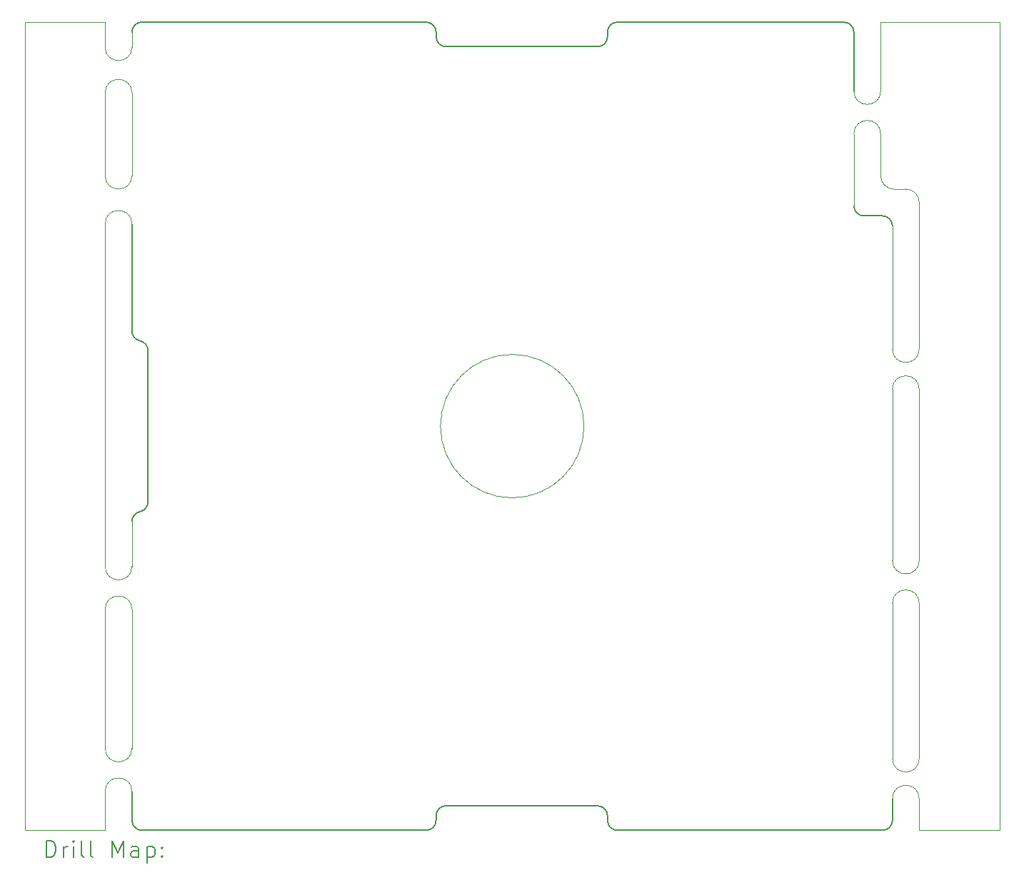
<source format=gbr>
%TF.GenerationSoftware,KiCad,Pcbnew,8.0.1*%
%TF.CreationDate,2024-05-29T09:56:29-04:00*%
%TF.ProjectId,Avionics_Board,4176696f-6e69-4637-935f-426f6172642e,rev?*%
%TF.SameCoordinates,PX40311b0PY93281e8*%
%TF.FileFunction,Drillmap*%
%TF.FilePolarity,Positive*%
%FSLAX45Y45*%
G04 Gerber Fmt 4.5, Leading zero omitted, Abs format (unit mm)*
G04 Created by KiCad (PCBNEW 8.0.1) date 2024-05-29 09:56:29*
%MOMM*%
%LPD*%
G01*
G04 APERTURE LIST*
%ADD10C,0.100000*%
%ADD11C,0.200000*%
G04 APERTURE END LIST*
D10*
X8509000Y344170D02*
X8509000Y2185670D01*
X-825500Y-44298D02*
X-825500Y-508000D01*
D11*
X-508000Y-388620D02*
X-508000Y-44298D01*
D10*
X8051800Y7754620D02*
G75*
G02*
X8369300Y7754620I158750J0D01*
G01*
D11*
X5130500Y8907780D02*
G75*
G02*
X5011120Y8788400I-119380J0D01*
G01*
X-317500Y3389630D02*
G75*
G02*
X-412750Y3272714I-119380J0D01*
G01*
X8389620Y-508000D02*
X5249880Y-508000D01*
X8051800Y8262620D02*
X8051800Y8961120D01*
D10*
X8826500Y5201920D02*
G75*
G02*
X8509000Y5201920I-158750J0D01*
G01*
X-825500Y9080500D02*
X-825500Y8961120D01*
D11*
X5011120Y8788400D02*
X3217880Y8788400D01*
D10*
X-508000Y2622702D02*
G75*
G02*
X-825500Y2622702I-158750J0D01*
G01*
X-508000Y463702D02*
G75*
G02*
X-825500Y463702I-158750J0D01*
G01*
D11*
X-317500Y5182870D02*
X-317500Y3389630D01*
X5130500Y8961120D02*
G75*
G02*
X5249880Y9080500I119380J0D01*
G01*
D10*
X-825500Y9080500D02*
X-1778000Y9080500D01*
D11*
X-412750Y5299786D02*
G75*
G02*
X-507998Y5416702I24130J116914D01*
G01*
D10*
X-1778000Y9080500D02*
X-1778000Y8961120D01*
D11*
X3217880Y8788400D02*
G75*
G02*
X3098500Y8907780I0J119380D01*
G01*
X-508000Y5416702D02*
X-508000Y6686702D01*
D10*
X8509000Y4725670D02*
G75*
G02*
X8826500Y4725670I158750J0D01*
G01*
X8369300Y8262620D02*
G75*
G02*
X8051800Y8262620I-158750J0D01*
G01*
X8509000Y5201920D02*
X8509000Y6662420D01*
X8826500Y2693670D02*
G75*
G02*
X8509000Y2693670I-158750J0D01*
G01*
X-825500Y463702D02*
X-825500Y2114702D01*
X-825500Y2622702D02*
X-825500Y6686702D01*
X-825500Y2114702D02*
G75*
G02*
X-508000Y2114702I158750J0D01*
G01*
D11*
X8509000Y-132080D02*
X8509000Y-388620D01*
D10*
X-508000Y7258202D02*
X-508000Y8242452D01*
X-508000Y463702D02*
X-508000Y2114702D01*
D11*
X-388620Y9080500D02*
X2979120Y9080500D01*
D10*
X-508000Y7258202D02*
G75*
G02*
X-825500Y7258202I-158750J0D01*
G01*
X8525216Y7099325D02*
G75*
G02*
X8369295Y7258050I1404J157325D01*
G01*
X8051800Y7754620D02*
X8051800Y6901180D01*
D11*
X-412750Y5299786D02*
G75*
G02*
X-317500Y5182870I-24130J-116916D01*
G01*
D10*
X-825500Y8782202D02*
X-825500Y8961120D01*
X8509000Y-132080D02*
G75*
G02*
X8826500Y-132080I158750J0D01*
G01*
X8826500Y344170D02*
G75*
G02*
X8509000Y344170I-158750J0D01*
G01*
X8369300Y7754620D02*
X8369300Y7258050D01*
D11*
X-388620Y-508000D02*
G75*
G02*
X-508000Y-388620I0J119380D01*
G01*
D10*
X-825500Y7258202D02*
X-825500Y8242452D01*
D11*
X2979120Y-508000D02*
X-388620Y-508000D01*
X3098500Y-335280D02*
G75*
G02*
X3217880Y-215900I119380J0D01*
G01*
D10*
X-1778000Y8961120D02*
X-1778000Y-508000D01*
D11*
X5249880Y-508000D02*
G75*
G02*
X5130500Y-388620I0J119380D01*
G01*
X2979120Y9080500D02*
G75*
G02*
X3098500Y8961120I0J-119380D01*
G01*
D10*
X8826500Y344170D02*
X8826500Y2185670D01*
D11*
X3098500Y8907780D02*
X3098500Y8961120D01*
D10*
X8826500Y-508000D02*
X9779000Y-508000D01*
X8826500Y-508000D02*
X8826500Y-132080D01*
X4851900Y4287500D02*
G75*
G02*
X3150100Y4287500I-850900J0D01*
G01*
X3150100Y4287500D02*
G75*
G02*
X4851900Y4287500I850900J0D01*
G01*
X8667750Y7099569D02*
X8525216Y7099325D01*
D11*
X8389620Y6781800D02*
X8171180Y6781800D01*
D10*
X-825500Y-44298D02*
G75*
G02*
X-508000Y-44298I158750J0D01*
G01*
D11*
X5249880Y9080500D02*
X7932420Y9080500D01*
D10*
X-508000Y8782202D02*
X-508000Y8961120D01*
D11*
X8509000Y-388620D02*
G75*
G02*
X8389620Y-508000I-119380J0D01*
G01*
D10*
X-825500Y-508000D02*
X-1778000Y-508000D01*
D11*
X5130500Y8961120D02*
X5130500Y8907780D01*
X-508000Y3155798D02*
G75*
G02*
X-412750Y3272716I119380J2D01*
G01*
X7932420Y9080500D02*
G75*
G02*
X8051800Y8961120I0J-119380D01*
G01*
D10*
X-508000Y8782202D02*
G75*
G02*
X-825500Y8782202I-158750J0D01*
G01*
D11*
X3217880Y-215900D02*
X5011120Y-215900D01*
X3098500Y-388620D02*
X3098500Y-335280D01*
X5130500Y-335280D02*
X5130500Y-388620D01*
D10*
X8826500Y5201920D02*
X8826500Y6940819D01*
X8509000Y2185670D02*
G75*
G02*
X8826500Y2185670I158750J0D01*
G01*
X9779000Y-508000D02*
X9779000Y9080500D01*
X8509000Y2693670D02*
X8509000Y4725670D01*
D11*
X3098500Y-388620D02*
G75*
G02*
X2979120Y-508000I-119380J0D01*
G01*
X-508000Y8961120D02*
G75*
G02*
X-388620Y9080500I119380J0D01*
G01*
X5011120Y-215900D02*
G75*
G02*
X5130500Y-335280I0J-119380D01*
G01*
X8389620Y6781800D02*
G75*
G02*
X8509000Y6662420I0J-119380D01*
G01*
D10*
X-508000Y2622702D02*
X-508000Y3155798D01*
X8369300Y9080500D02*
X9779000Y9080500D01*
X8369300Y8961120D02*
X8369300Y9080500D01*
X8826500Y2693670D02*
X8826500Y4725670D01*
X-825500Y8242452D02*
G75*
G02*
X-508000Y8242452I158750J0D01*
G01*
X-825500Y6686702D02*
G75*
G02*
X-508000Y6686702I158750J0D01*
G01*
X8369300Y8961120D02*
X8369300Y8262620D01*
D11*
X8171180Y6781800D02*
G75*
G02*
X8051800Y6901180I0J119380D01*
G01*
D10*
X8667750Y7099569D02*
G75*
G02*
X8826499Y6940819I0J-158749D01*
G01*
D11*
X-1522223Y-829484D02*
X-1522223Y-629484D01*
X-1522223Y-629484D02*
X-1474604Y-629484D01*
X-1474604Y-629484D02*
X-1446033Y-639008D01*
X-1446033Y-639008D02*
X-1426985Y-658055D01*
X-1426985Y-658055D02*
X-1417461Y-677103D01*
X-1417461Y-677103D02*
X-1407937Y-715198D01*
X-1407937Y-715198D02*
X-1407937Y-743769D01*
X-1407937Y-743769D02*
X-1417461Y-781865D01*
X-1417461Y-781865D02*
X-1426985Y-800912D01*
X-1426985Y-800912D02*
X-1446033Y-819960D01*
X-1446033Y-819960D02*
X-1474604Y-829484D01*
X-1474604Y-829484D02*
X-1522223Y-829484D01*
X-1322223Y-829484D02*
X-1322223Y-696150D01*
X-1322223Y-734246D02*
X-1312699Y-715198D01*
X-1312699Y-715198D02*
X-1303176Y-705674D01*
X-1303176Y-705674D02*
X-1284128Y-696150D01*
X-1284128Y-696150D02*
X-1265080Y-696150D01*
X-1198414Y-829484D02*
X-1198414Y-696150D01*
X-1198414Y-629484D02*
X-1207938Y-639008D01*
X-1207938Y-639008D02*
X-1198414Y-648531D01*
X-1198414Y-648531D02*
X-1188890Y-639008D01*
X-1188890Y-639008D02*
X-1198414Y-629484D01*
X-1198414Y-629484D02*
X-1198414Y-648531D01*
X-1074604Y-829484D02*
X-1093652Y-819960D01*
X-1093652Y-819960D02*
X-1103176Y-800912D01*
X-1103176Y-800912D02*
X-1103176Y-629484D01*
X-969842Y-829484D02*
X-988890Y-819960D01*
X-988890Y-819960D02*
X-998414Y-800912D01*
X-998414Y-800912D02*
X-998414Y-629484D01*
X-741271Y-829484D02*
X-741271Y-629484D01*
X-741271Y-629484D02*
X-674604Y-772341D01*
X-674604Y-772341D02*
X-607938Y-629484D01*
X-607938Y-629484D02*
X-607938Y-829484D01*
X-426985Y-829484D02*
X-426985Y-724722D01*
X-426985Y-724722D02*
X-436509Y-705674D01*
X-436509Y-705674D02*
X-455556Y-696150D01*
X-455556Y-696150D02*
X-493652Y-696150D01*
X-493652Y-696150D02*
X-512699Y-705674D01*
X-426985Y-819960D02*
X-446033Y-829484D01*
X-446033Y-829484D02*
X-493652Y-829484D01*
X-493652Y-829484D02*
X-512699Y-819960D01*
X-512699Y-819960D02*
X-522223Y-800912D01*
X-522223Y-800912D02*
X-522223Y-781865D01*
X-522223Y-781865D02*
X-512699Y-762817D01*
X-512699Y-762817D02*
X-493652Y-753293D01*
X-493652Y-753293D02*
X-446033Y-753293D01*
X-446033Y-753293D02*
X-426985Y-743769D01*
X-331747Y-696150D02*
X-331747Y-896150D01*
X-331747Y-705674D02*
X-312699Y-696150D01*
X-312699Y-696150D02*
X-274604Y-696150D01*
X-274604Y-696150D02*
X-255556Y-705674D01*
X-255556Y-705674D02*
X-246033Y-715198D01*
X-246033Y-715198D02*
X-236509Y-734246D01*
X-236509Y-734246D02*
X-236509Y-791388D01*
X-236509Y-791388D02*
X-246033Y-810436D01*
X-246033Y-810436D02*
X-255556Y-819960D01*
X-255556Y-819960D02*
X-274604Y-829484D01*
X-274604Y-829484D02*
X-312699Y-829484D01*
X-312699Y-829484D02*
X-331747Y-819960D01*
X-150795Y-810436D02*
X-141271Y-819960D01*
X-141271Y-819960D02*
X-150795Y-829484D01*
X-150795Y-829484D02*
X-160318Y-819960D01*
X-160318Y-819960D02*
X-150795Y-810436D01*
X-150795Y-810436D02*
X-150795Y-829484D01*
X-150795Y-705674D02*
X-141271Y-715198D01*
X-141271Y-715198D02*
X-150795Y-724722D01*
X-150795Y-724722D02*
X-160318Y-715198D01*
X-160318Y-715198D02*
X-150795Y-705674D01*
X-150795Y-705674D02*
X-150795Y-724722D01*
M02*

</source>
